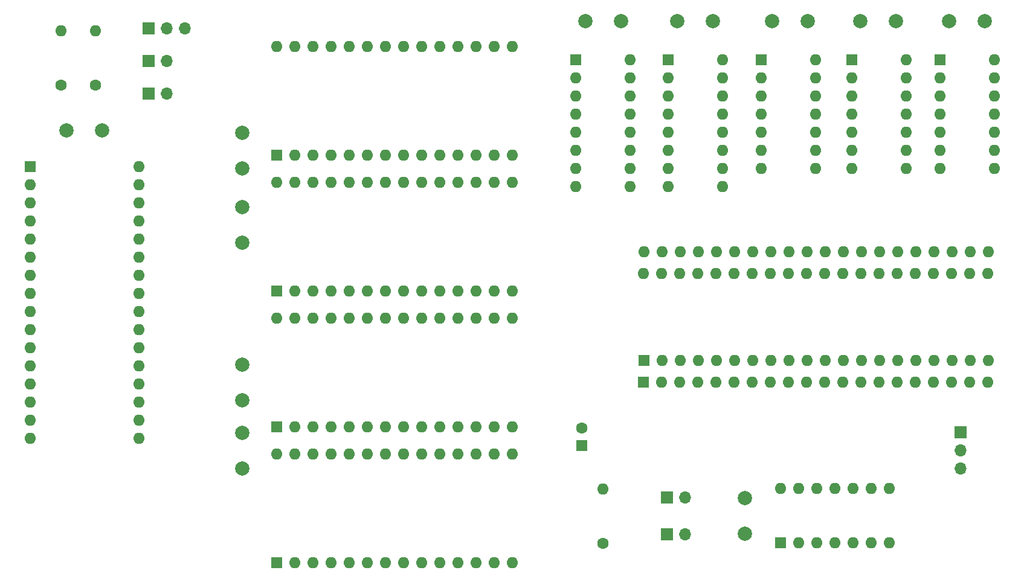
<source format=gbr>
%TF.GenerationSoftware,KiCad,Pcbnew,(5.1.9-0-10_14)*%
%TF.CreationDate,2022-05-21T18:10:01+01:00*%
%TF.ProjectId,BBCMicro128KRomRam,4242434d-6963-4726-9f31-32384b526f6d,rev?*%
%TF.SameCoordinates,Original*%
%TF.FileFunction,Soldermask,Top*%
%TF.FilePolarity,Negative*%
%FSLAX46Y46*%
G04 Gerber Fmt 4.6, Leading zero omitted, Abs format (unit mm)*
G04 Created by KiCad (PCBNEW (5.1.9-0-10_14)) date 2022-05-21 18:10:01*
%MOMM*%
%LPD*%
G01*
G04 APERTURE LIST*
%ADD10O,1.600000X1.600000*%
%ADD11R,1.600000X1.600000*%
%ADD12O,1.700000X1.700000*%
%ADD13R,1.700000X1.700000*%
%ADD14C,1.600000*%
%ADD15C,2.000000*%
G04 APERTURE END LIST*
D10*
%TO.C,U5*%
X121793000Y-49022000D03*
X154813000Y-64262000D03*
X124333000Y-49022000D03*
X152273000Y-64262000D03*
X126873000Y-49022000D03*
X149733000Y-64262000D03*
X129413000Y-49022000D03*
X147193000Y-64262000D03*
X131953000Y-49022000D03*
X144653000Y-64262000D03*
X134493000Y-49022000D03*
X142113000Y-64262000D03*
X137033000Y-49022000D03*
X139573000Y-64262000D03*
X139573000Y-49022000D03*
X137033000Y-64262000D03*
X142113000Y-49022000D03*
X134493000Y-64262000D03*
X144653000Y-49022000D03*
X131953000Y-64262000D03*
X147193000Y-49022000D03*
X129413000Y-64262000D03*
X149733000Y-49022000D03*
X126873000Y-64262000D03*
X152273000Y-49022000D03*
X124333000Y-64262000D03*
X154813000Y-49022000D03*
D11*
X121793000Y-64262000D03*
%TD*%
D10*
%TO.C,U2*%
X121820000Y-106172000D03*
X154840000Y-121412000D03*
X124360000Y-106172000D03*
X152300000Y-121412000D03*
X126900000Y-106172000D03*
X149760000Y-121412000D03*
X129440000Y-106172000D03*
X147220000Y-121412000D03*
X131980000Y-106172000D03*
X144680000Y-121412000D03*
X134520000Y-106172000D03*
X142140000Y-121412000D03*
X137060000Y-106172000D03*
X139600000Y-121412000D03*
X139600000Y-106172000D03*
X137060000Y-121412000D03*
X142140000Y-106172000D03*
X134520000Y-121412000D03*
X144680000Y-106172000D03*
X131980000Y-121412000D03*
X147220000Y-106172000D03*
X129440000Y-121412000D03*
X149760000Y-106172000D03*
X126900000Y-121412000D03*
X152300000Y-106172000D03*
X124360000Y-121412000D03*
X154840000Y-106172000D03*
D11*
X121820000Y-121412000D03*
%TD*%
D10*
%TO.C,U9*%
X192405000Y-110998000D03*
X207645000Y-118618000D03*
X194945000Y-110998000D03*
X205105000Y-118618000D03*
X197485000Y-110998000D03*
X202565000Y-118618000D03*
X200025000Y-110998000D03*
X200025000Y-118618000D03*
X202565000Y-110998000D03*
X197485000Y-118618000D03*
X205105000Y-110998000D03*
X194945000Y-118618000D03*
X207645000Y-110998000D03*
D11*
X192405000Y-118618000D03*
%TD*%
D12*
%TO.C,J2*%
X179070000Y-112268000D03*
D13*
X176530000Y-112268000D03*
%TD*%
D12*
%TO.C,J1*%
X179070000Y-117475000D03*
D13*
X176530000Y-117475000D03*
%TD*%
D12*
%TO.C,J4*%
X106426000Y-51054000D03*
D13*
X103886000Y-51054000D03*
%TD*%
D11*
%TO.C,U3*%
X121793000Y-102362000D03*
D10*
X154813000Y-87122000D03*
X124333000Y-102362000D03*
X152273000Y-87122000D03*
X126873000Y-102362000D03*
X149733000Y-87122000D03*
X129413000Y-102362000D03*
X147193000Y-87122000D03*
X131953000Y-102362000D03*
X144653000Y-87122000D03*
X134493000Y-102362000D03*
X142113000Y-87122000D03*
X137033000Y-102362000D03*
X139573000Y-87122000D03*
X139573000Y-102362000D03*
X137033000Y-87122000D03*
X142113000Y-102362000D03*
X134493000Y-87122000D03*
X144653000Y-102362000D03*
X131953000Y-87122000D03*
X147193000Y-102362000D03*
X129413000Y-87122000D03*
X149733000Y-102362000D03*
X126873000Y-87122000D03*
X152273000Y-102362000D03*
X124333000Y-87122000D03*
X154813000Y-102362000D03*
X121793000Y-87122000D03*
%TD*%
%TO.C,R3*%
X91567000Y-46863000D03*
D14*
X91567000Y-54483000D03*
%TD*%
D10*
%TO.C,R2*%
X96393000Y-46863000D03*
D14*
X96393000Y-54483000D03*
%TD*%
D12*
%TO.C,J5*%
X108966000Y-46482000D03*
X106426000Y-46482000D03*
D13*
X103886000Y-46482000D03*
%TD*%
D12*
%TO.C,J3*%
X106426000Y-55626000D03*
D13*
X103886000Y-55626000D03*
%TD*%
D10*
%TO.C,U4*%
X121793000Y-68072000D03*
X154813000Y-83312000D03*
X124333000Y-68072000D03*
X152273000Y-83312000D03*
X126873000Y-68072000D03*
X149733000Y-83312000D03*
X129413000Y-68072000D03*
X147193000Y-83312000D03*
X131953000Y-68072000D03*
X144653000Y-83312000D03*
X134493000Y-68072000D03*
X142113000Y-83312000D03*
X137033000Y-68072000D03*
X139573000Y-83312000D03*
X139573000Y-68072000D03*
X137033000Y-83312000D03*
X142113000Y-68072000D03*
X134493000Y-83312000D03*
X144653000Y-68072000D03*
X131953000Y-83312000D03*
X147193000Y-68072000D03*
X129413000Y-83312000D03*
X149733000Y-68072000D03*
X126873000Y-83312000D03*
X152273000Y-68072000D03*
X124333000Y-83312000D03*
X154813000Y-68072000D03*
D11*
X121793000Y-83312000D03*
%TD*%
D15*
%TO.C,C3*%
X116967000Y-93679000D03*
X116967000Y-98679000D03*
%TD*%
%TO.C,C5*%
X116967000Y-61167000D03*
X116967000Y-66167000D03*
%TD*%
%TO.C,C12*%
X170100000Y-45466000D03*
X165100000Y-45466000D03*
%TD*%
D10*
%TO.C,U6*%
X102489000Y-65913000D03*
X87249000Y-104013000D03*
X102489000Y-68453000D03*
X87249000Y-101473000D03*
X102489000Y-70993000D03*
X87249000Y-98933000D03*
X102489000Y-73533000D03*
X87249000Y-96393000D03*
X102489000Y-76073000D03*
X87249000Y-93853000D03*
X102489000Y-78613000D03*
X87249000Y-91313000D03*
X102489000Y-81153000D03*
X87249000Y-88773000D03*
X102489000Y-83693000D03*
X87249000Y-86233000D03*
X102489000Y-86233000D03*
X87249000Y-83693000D03*
X102489000Y-88773000D03*
X87249000Y-81153000D03*
X102489000Y-91313000D03*
X87249000Y-78613000D03*
X102489000Y-93853000D03*
X87249000Y-76073000D03*
X102489000Y-96393000D03*
X87249000Y-73533000D03*
X102489000Y-98933000D03*
X87249000Y-70993000D03*
X102489000Y-101473000D03*
X87249000Y-68453000D03*
X102489000Y-104013000D03*
D11*
X87249000Y-65913000D03*
%TD*%
D10*
%TO.C,U12*%
X171323000Y-50927000D03*
X163703000Y-68707000D03*
X171323000Y-53467000D03*
X163703000Y-66167000D03*
X171323000Y-56007000D03*
X163703000Y-63627000D03*
X171323000Y-58547000D03*
X163703000Y-61087000D03*
X171323000Y-61087000D03*
X163703000Y-58547000D03*
X171323000Y-63627000D03*
X163703000Y-56007000D03*
X171323000Y-66167000D03*
X163703000Y-53467000D03*
X171323000Y-68707000D03*
D11*
X163703000Y-50927000D03*
%TD*%
D14*
%TO.C,C1*%
X164592000Y-102529000D03*
D11*
X164592000Y-105029000D03*
%TD*%
D15*
%TO.C,C11*%
X182927000Y-45466000D03*
X177927000Y-45466000D03*
%TD*%
D10*
%TO.C,U10*%
X197358000Y-50927000D03*
X189738000Y-66167000D03*
X197358000Y-53467000D03*
X189738000Y-63627000D03*
X197358000Y-56007000D03*
X189738000Y-61087000D03*
X197358000Y-58547000D03*
X189738000Y-58547000D03*
X197358000Y-61087000D03*
X189738000Y-56007000D03*
X197358000Y-63627000D03*
X189738000Y-53467000D03*
X197358000Y-66167000D03*
D11*
X189738000Y-50927000D03*
%TD*%
D10*
%TO.C,CON1*%
X173228000Y-80899000D03*
X221488000Y-96139000D03*
X175768000Y-80899000D03*
X218948000Y-96139000D03*
X178308000Y-80899000D03*
X216408000Y-96139000D03*
X180848000Y-80899000D03*
X213868000Y-96139000D03*
X183388000Y-80899000D03*
X211328000Y-96139000D03*
X185928000Y-80899000D03*
X208788000Y-96139000D03*
X188468000Y-80899000D03*
X206248000Y-96139000D03*
X191008000Y-80899000D03*
X203708000Y-96139000D03*
X193548000Y-80899000D03*
X201168000Y-96139000D03*
X196088000Y-80899000D03*
X198628000Y-96139000D03*
X198628000Y-80899000D03*
X196088000Y-96139000D03*
X201168000Y-80899000D03*
X193548000Y-96139000D03*
X203708000Y-80899000D03*
X191008000Y-96139000D03*
X206248000Y-80899000D03*
X188468000Y-96139000D03*
X208788000Y-80899000D03*
X185928000Y-96139000D03*
X211328000Y-80899000D03*
X183388000Y-96139000D03*
X213868000Y-80899000D03*
X180848000Y-96139000D03*
X216408000Y-80899000D03*
X178308000Y-96139000D03*
X218948000Y-80899000D03*
X175768000Y-96139000D03*
X221488000Y-80899000D03*
D11*
X173228000Y-96139000D03*
%TD*%
D10*
%TO.C,U7*%
X222377000Y-50927000D03*
X214757000Y-66167000D03*
X222377000Y-53467000D03*
X214757000Y-63627000D03*
X222377000Y-56007000D03*
X214757000Y-61087000D03*
X222377000Y-58547000D03*
X214757000Y-58547000D03*
X222377000Y-61087000D03*
X214757000Y-56007000D03*
X222377000Y-63627000D03*
X214757000Y-53467000D03*
X222377000Y-66167000D03*
D11*
X214757000Y-50927000D03*
%TD*%
D10*
%TO.C,U8*%
X210058000Y-50927000D03*
X202438000Y-66167000D03*
X210058000Y-53467000D03*
X202438000Y-63627000D03*
X210058000Y-56007000D03*
X202438000Y-61087000D03*
X210058000Y-58547000D03*
X202438000Y-58547000D03*
X210058000Y-61087000D03*
X202438000Y-56007000D03*
X210058000Y-63627000D03*
X202438000Y-53467000D03*
X210058000Y-66167000D03*
D11*
X202438000Y-50927000D03*
%TD*%
D10*
%TO.C,U1*%
X173268000Y-77881775D03*
X221528000Y-93121775D03*
X175808000Y-77881775D03*
X218988000Y-93121775D03*
X178348000Y-77881775D03*
X216448000Y-93121775D03*
X180888000Y-77881775D03*
X213908000Y-93121775D03*
X183428000Y-77881775D03*
X211368000Y-93121775D03*
X185968000Y-77881775D03*
X208828000Y-93121775D03*
X188508000Y-77881775D03*
X206288000Y-93121775D03*
X191048000Y-77881775D03*
X203748000Y-93121775D03*
X193588000Y-77881775D03*
X201208000Y-93121775D03*
X196128000Y-77881775D03*
X198668000Y-93121775D03*
X198668000Y-77881775D03*
X196128000Y-93121775D03*
X201208000Y-77881775D03*
X193588000Y-93121775D03*
X203748000Y-77881775D03*
X191048000Y-93121775D03*
X206288000Y-77881775D03*
X188508000Y-93121775D03*
X208828000Y-77881775D03*
X185968000Y-93121775D03*
X211368000Y-77881775D03*
X183428000Y-93121775D03*
X213908000Y-77881775D03*
X180888000Y-93121775D03*
X216448000Y-77881775D03*
X178348000Y-93121775D03*
X218988000Y-77881775D03*
X175808000Y-93121775D03*
X221528000Y-77881775D03*
D11*
X173268000Y-93121775D03*
%TD*%
D10*
%TO.C,U11*%
X184277000Y-50927000D03*
X176657000Y-68707000D03*
X184277000Y-53467000D03*
X176657000Y-66167000D03*
X184277000Y-56007000D03*
X176657000Y-63627000D03*
X184277000Y-58547000D03*
X176657000Y-61087000D03*
X184277000Y-61087000D03*
X176657000Y-58547000D03*
X184277000Y-63627000D03*
X176657000Y-56007000D03*
X184277000Y-66167000D03*
X176657000Y-53467000D03*
X184277000Y-68707000D03*
D11*
X176657000Y-50927000D03*
%TD*%
D10*
%TO.C,R1*%
X167513000Y-111125000D03*
D14*
X167513000Y-118745000D03*
%TD*%
D12*
%TO.C,CON2*%
X217678000Y-108204000D03*
X217678000Y-105664000D03*
D13*
X217678000Y-103124000D03*
%TD*%
D15*
%TO.C,C10*%
X196262000Y-45466000D03*
X191262000Y-45466000D03*
%TD*%
%TO.C,C9*%
X187452000Y-112348000D03*
X187452000Y-117348000D03*
%TD*%
%TO.C,C8*%
X208581000Y-45466000D03*
X203581000Y-45466000D03*
%TD*%
%TO.C,C7*%
X221027000Y-45466000D03*
X216027000Y-45466000D03*
%TD*%
%TO.C,C6*%
X97329000Y-60833000D03*
X92329000Y-60833000D03*
%TD*%
%TO.C,C4*%
X116967000Y-71581000D03*
X116967000Y-76581000D03*
%TD*%
%TO.C,C2*%
X116967000Y-103204000D03*
X116967000Y-108204000D03*
%TD*%
M02*

</source>
